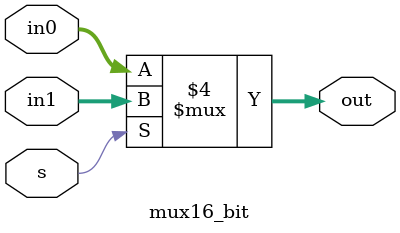
<source format=v>
module mux16_bit(in0,in1,s,out);
parameter width = 16;
input [width-1:0]in0,in1;
input s;
output [width-1:0]out;
reg [width-1:0]out;
//not not1(out,in0);
always @ (in0 or in1 or s)
begin
	if(s==0)
	begin
	out[width-1:0] = in0[width-1:0];
	end
	else
	begin
	out[width-1:0] = in1[width-1:0];
	end
end 

endmodule

</source>
